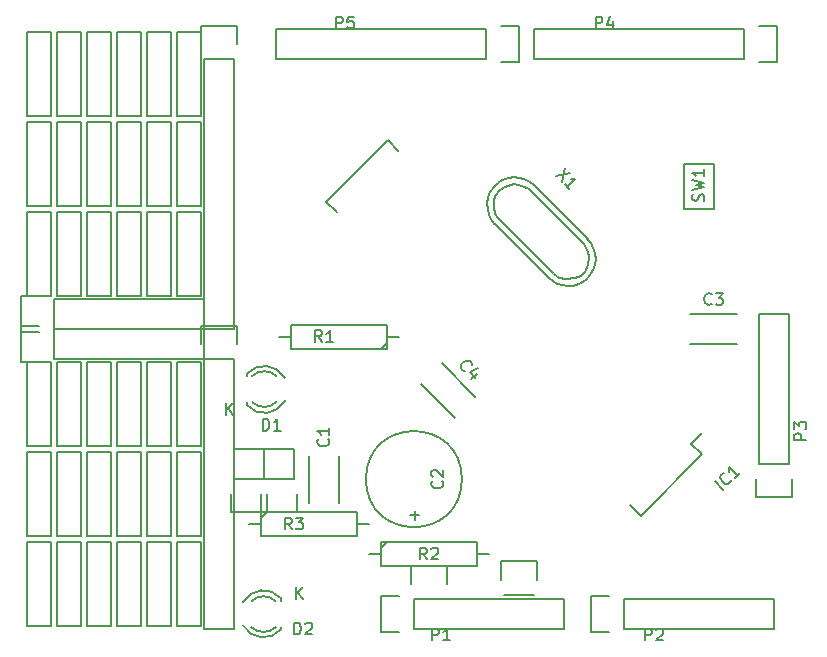
<source format=gbr>
G04 #@! TF.FileFunction,Legend,Top*
%FSLAX46Y46*%
G04 Gerber Fmt 4.6, Leading zero omitted, Abs format (unit mm)*
G04 Created by KiCad (PCBNEW 4.0.2+e4-6225~38~ubuntu16.04.1-stable) date Thu 11 Aug 2016 11:22:14 PM PDT*
%MOMM*%
G01*
G04 APERTURE LIST*
%ADD10C,0.100000*%
%ADD11C,0.150000*%
G04 APERTURE END LIST*
D10*
D11*
X101854000Y-104394000D02*
X103886000Y-104394000D01*
X103886000Y-104394000D02*
X103886000Y-111506000D01*
X103886000Y-111506000D02*
X101854000Y-111506000D01*
X101854000Y-111506000D02*
X101854000Y-104394000D01*
X101854000Y-76454000D02*
X103886000Y-76454000D01*
X103886000Y-76454000D02*
X103886000Y-83566000D01*
X103886000Y-83566000D02*
X101854000Y-83566000D01*
X101854000Y-83566000D02*
X101854000Y-76454000D01*
X157480000Y-87630000D02*
X157480000Y-91440000D01*
X157480000Y-91440000D02*
X160020000Y-91440000D01*
X160020000Y-91440000D02*
X160020000Y-87630000D01*
X160020000Y-87630000D02*
X157480000Y-87630000D01*
X137005553Y-104503786D02*
X139833981Y-107332214D01*
X135237786Y-106271553D02*
X138066214Y-109099981D01*
X158000000Y-100350000D02*
X162000000Y-100350000D01*
X158000000Y-102850000D02*
X162000000Y-102850000D01*
X125750000Y-116320000D02*
X125750000Y-112320000D01*
X128250000Y-116320000D02*
X128250000Y-112320000D01*
X141384661Y-90729949D02*
X141526549Y-90304285D01*
X141526549Y-90304285D02*
X141878575Y-89808575D01*
X141878575Y-89808575D02*
X142304239Y-89526595D01*
X142304239Y-89526595D02*
X143080133Y-89314661D01*
X143080133Y-89314661D02*
X143789574Y-89456549D01*
X143789574Y-89456549D02*
X144355330Y-89738529D01*
X144355330Y-89738529D02*
X149021471Y-94404670D01*
X149021471Y-94404670D02*
X149375293Y-95042268D01*
X149375293Y-95042268D02*
X149445339Y-95536182D01*
X149445339Y-95536182D02*
X149375293Y-96173781D01*
X149375293Y-96173781D02*
X149093313Y-96739537D01*
X149093313Y-96739537D02*
X148739491Y-97093359D01*
X148739491Y-97093359D02*
X148243781Y-97305293D01*
X148243781Y-97305293D02*
X147466090Y-97375339D01*
X147466090Y-97375339D02*
X146900334Y-97233451D01*
X146900334Y-97233451D02*
X146474670Y-96951471D01*
X146404624Y-96881425D02*
X141736687Y-92213488D01*
X141736687Y-92213488D02*
X141526549Y-91859666D01*
X141526549Y-91859666D02*
X141384661Y-91293910D01*
X141384661Y-91293910D02*
X141384661Y-90586265D01*
X146023861Y-97247819D02*
X146383072Y-97538780D01*
X146383072Y-97538780D02*
X146744078Y-97741733D01*
X146744078Y-97741733D02*
X147203867Y-97892602D01*
X147203867Y-97892602D02*
X147572058Y-97933911D01*
X147572058Y-97933911D02*
X148053399Y-97919542D01*
X148053399Y-97919542D02*
X148638912Y-97743529D01*
X148638912Y-97743529D02*
X149154379Y-97411260D01*
X149154379Y-97411260D02*
X149515385Y-97050254D01*
X149515385Y-97050254D02*
X149890760Y-96434208D01*
X149890760Y-96434208D02*
X150025463Y-95735544D01*
X150025463Y-95735544D02*
X149962602Y-95148235D01*
X149962602Y-95148235D02*
X149811733Y-94702815D01*
X149811733Y-94702815D02*
X149606984Y-94271762D01*
X149606984Y-94271762D02*
X149317819Y-93939493D01*
X143972771Y-88903365D02*
X143548903Y-88792010D01*
X143548903Y-88792010D02*
X143125035Y-88763273D01*
X143125035Y-88763273D02*
X142713739Y-88818951D01*
X142713739Y-88818951D02*
X142112062Y-88996760D01*
X142112062Y-88996760D02*
X141702562Y-89251799D01*
X141702562Y-89251799D02*
X141363108Y-89562516D01*
X141363108Y-89562516D02*
X141100885Y-89950463D01*
X141100885Y-89950463D02*
X140917688Y-90403068D01*
X140917688Y-90403068D02*
X140840458Y-90990377D01*
X140840458Y-90990377D02*
X140862010Y-91464534D01*
X140862010Y-91464534D02*
X140973365Y-91902771D01*
X140973365Y-91902771D02*
X141178115Y-92305086D01*
X141178115Y-92305086D02*
X141442135Y-92666093D01*
X149325004Y-93961046D02*
X144763033Y-89399075D01*
X144763033Y-89399075D02*
X144439744Y-89129668D01*
X144439744Y-89129668D02*
X143972771Y-88903365D01*
X146031046Y-97255004D02*
X141469075Y-92693033D01*
X120650000Y-118110000D02*
X121666000Y-118110000D01*
X121666000Y-118110000D02*
X121666000Y-117094000D01*
X121666000Y-117094000D02*
X129794000Y-117094000D01*
X129794000Y-117094000D02*
X129794000Y-119126000D01*
X129794000Y-119126000D02*
X121666000Y-119126000D01*
X121666000Y-119126000D02*
X121666000Y-118110000D01*
X121666000Y-117602000D02*
X122174000Y-117094000D01*
X130810000Y-118110000D02*
X129794000Y-118110000D01*
X130810000Y-120650000D02*
X131826000Y-120650000D01*
X131826000Y-120650000D02*
X131826000Y-119634000D01*
X131826000Y-119634000D02*
X139954000Y-119634000D01*
X139954000Y-119634000D02*
X139954000Y-121666000D01*
X139954000Y-121666000D02*
X131826000Y-121666000D01*
X131826000Y-121666000D02*
X131826000Y-120650000D01*
X131826000Y-120142000D02*
X132334000Y-119634000D01*
X140970000Y-120650000D02*
X139954000Y-120650000D01*
X133350000Y-102235000D02*
X132334000Y-102235000D01*
X132334000Y-102235000D02*
X132334000Y-103251000D01*
X132334000Y-103251000D02*
X124206000Y-103251000D01*
X124206000Y-103251000D02*
X124206000Y-101219000D01*
X124206000Y-101219000D02*
X132334000Y-101219000D01*
X132334000Y-101219000D02*
X132334000Y-102235000D01*
X132334000Y-102743000D02*
X131826000Y-103251000D01*
X123190000Y-102235000D02*
X124206000Y-102235000D01*
X119380000Y-78740000D02*
X119380000Y-101600000D01*
X119380000Y-101600000D02*
X116840000Y-101600000D01*
X116840000Y-101600000D02*
X116840000Y-78740000D01*
X119660000Y-75920000D02*
X119660000Y-77470000D01*
X119380000Y-78740000D02*
X116840000Y-78740000D01*
X116560000Y-77470000D02*
X116560000Y-75920000D01*
X116560000Y-75920000D02*
X119660000Y-75920000D01*
X104140000Y-99060000D02*
X116840000Y-99060000D01*
X116840000Y-99060000D02*
X116840000Y-101600000D01*
X116840000Y-101600000D02*
X104140000Y-101600000D01*
X101320000Y-98780000D02*
X102870000Y-98780000D01*
X104140000Y-99060000D02*
X104140000Y-101600000D01*
X102870000Y-101880000D02*
X101320000Y-101880000D01*
X101320000Y-101880000D02*
X101320000Y-98780000D01*
X119380000Y-104140000D02*
X119380000Y-127000000D01*
X119380000Y-127000000D02*
X116840000Y-127000000D01*
X116840000Y-127000000D02*
X116840000Y-104140000D01*
X119660000Y-101320000D02*
X119660000Y-102870000D01*
X119380000Y-104140000D02*
X116840000Y-104140000D01*
X116560000Y-102870000D02*
X116560000Y-101320000D01*
X116560000Y-101320000D02*
X119660000Y-101320000D01*
X104140000Y-101600000D02*
X116840000Y-101600000D01*
X116840000Y-101600000D02*
X116840000Y-104140000D01*
X116840000Y-104140000D02*
X104140000Y-104140000D01*
X101320000Y-101320000D02*
X102870000Y-101320000D01*
X104140000Y-101600000D02*
X104140000Y-104140000D01*
X102870000Y-104420000D02*
X101320000Y-104420000D01*
X101320000Y-104420000D02*
X101320000Y-101320000D01*
X119380000Y-114300000D02*
X119380000Y-111760000D01*
X119100000Y-117120000D02*
X119100000Y-115570000D01*
X119380000Y-114300000D02*
X121920000Y-114300000D01*
X122200000Y-115570000D02*
X122200000Y-117120000D01*
X122200000Y-117120000D02*
X119100000Y-117120000D01*
X121920000Y-114300000D02*
X121920000Y-111760000D01*
X121920000Y-111760000D02*
X119380000Y-111760000D01*
X121920000Y-114300000D02*
X121920000Y-111760000D01*
X121640000Y-117120000D02*
X121640000Y-115570000D01*
X121920000Y-114300000D02*
X124460000Y-114300000D01*
X124740000Y-115570000D02*
X124740000Y-117120000D01*
X124740000Y-117120000D02*
X121640000Y-117120000D01*
X124460000Y-114300000D02*
X124460000Y-111760000D01*
X124460000Y-111760000D02*
X121920000Y-111760000D01*
X145060000Y-121259000D02*
X145060000Y-122809000D01*
X141960000Y-122809000D02*
X141960000Y-121259000D01*
X141960000Y-121259000D02*
X145060000Y-121259000D01*
X142240000Y-124079000D02*
X144780000Y-124079000D01*
X137440000Y-121640000D02*
X137440000Y-123190000D01*
X134340000Y-123190000D02*
X134340000Y-121640000D01*
X134340000Y-121640000D02*
X137440000Y-121640000D01*
X134620000Y-124460000D02*
X137160000Y-124460000D01*
X140716000Y-78740000D02*
X122936000Y-78740000D01*
X122936000Y-78740000D02*
X122936000Y-76200000D01*
X122936000Y-76200000D02*
X140716000Y-76200000D01*
X143536000Y-79020000D02*
X141986000Y-79020000D01*
X140716000Y-78740000D02*
X140716000Y-76200000D01*
X141986000Y-75920000D02*
X143536000Y-75920000D01*
X143536000Y-75920000D02*
X143536000Y-79020000D01*
X162560000Y-78740000D02*
X144780000Y-78740000D01*
X144780000Y-78740000D02*
X144780000Y-76200000D01*
X144780000Y-76200000D02*
X162560000Y-76200000D01*
X165380000Y-79020000D02*
X163830000Y-79020000D01*
X162560000Y-78740000D02*
X162560000Y-76200000D01*
X163830000Y-75920000D02*
X165380000Y-75920000D01*
X165380000Y-75920000D02*
X165380000Y-79020000D01*
X163830000Y-113030000D02*
X163830000Y-100330000D01*
X163830000Y-100330000D02*
X166370000Y-100330000D01*
X166370000Y-100330000D02*
X166370000Y-113030000D01*
X163550000Y-115850000D02*
X163550000Y-114300000D01*
X163830000Y-113030000D02*
X166370000Y-113030000D01*
X166650000Y-114300000D02*
X166650000Y-115850000D01*
X166650000Y-115850000D02*
X163550000Y-115850000D01*
X152400000Y-124460000D02*
X165100000Y-124460000D01*
X165100000Y-124460000D02*
X165100000Y-127000000D01*
X165100000Y-127000000D02*
X152400000Y-127000000D01*
X149580000Y-124180000D02*
X151130000Y-124180000D01*
X152400000Y-124460000D02*
X152400000Y-127000000D01*
X151130000Y-127280000D02*
X149580000Y-127280000D01*
X149580000Y-127280000D02*
X149580000Y-124180000D01*
X134620000Y-124460000D02*
X147320000Y-124460000D01*
X147320000Y-124460000D02*
X147320000Y-127000000D01*
X147320000Y-127000000D02*
X134620000Y-127000000D01*
X131800000Y-124180000D02*
X133350000Y-124180000D01*
X134620000Y-124460000D02*
X134620000Y-127000000D01*
X133350000Y-127280000D02*
X131800000Y-127280000D01*
X131800000Y-127280000D02*
X131800000Y-124180000D01*
X123389000Y-124416000D02*
X123389000Y-124616000D01*
X123389000Y-127010000D02*
X123389000Y-126830000D01*
X120161256Y-126699643D02*
G75*
G03X123389000Y-127016000I1727744J1003643D01*
G01*
X120836994Y-126829068D02*
G75*
G03X122940000Y-126830000I1052006J1133068D01*
G01*
X123376220Y-124389274D02*
G75*
G03X120139000Y-124736000I-1497220J-1306726D01*
G01*
X122902889Y-124616747D02*
G75*
G03X120855000Y-124636000I-1013889J-1079253D01*
G01*
X120451000Y-107994000D02*
X120451000Y-107794000D01*
X120451000Y-105400000D02*
X120451000Y-105580000D01*
X123678744Y-105710357D02*
G75*
G03X120451000Y-105394000I-1727744J-1003643D01*
G01*
X123003006Y-105580932D02*
G75*
G03X120900000Y-105580000I-1052006J-1133068D01*
G01*
X120463780Y-108020726D02*
G75*
G03X123701000Y-107674000I1497220J1306726D01*
G01*
X120937111Y-107793253D02*
G75*
G03X122985000Y-107774000I1013889J1079253D01*
G01*
X138684000Y-114300000D02*
G75*
G03X138684000Y-114300000I-4064000J0D01*
G01*
X159007351Y-112208269D02*
X158109325Y-111310244D01*
X153810116Y-117405504D02*
X152912090Y-116507479D01*
X127215830Y-90811218D02*
X128113855Y-91709244D01*
X132413065Y-85613983D02*
X133311090Y-86512009D01*
X159007351Y-112208269D02*
X153810116Y-117405504D01*
X132413065Y-85613983D02*
X127215830Y-90811218D01*
X158109325Y-111310244D02*
X159017957Y-110401612D01*
X104394000Y-76454000D02*
X106426000Y-76454000D01*
X106426000Y-76454000D02*
X106426000Y-83566000D01*
X106426000Y-83566000D02*
X104394000Y-83566000D01*
X104394000Y-83566000D02*
X104394000Y-76454000D01*
X106934000Y-76454000D02*
X108966000Y-76454000D01*
X108966000Y-76454000D02*
X108966000Y-83566000D01*
X108966000Y-83566000D02*
X106934000Y-83566000D01*
X106934000Y-83566000D02*
X106934000Y-76454000D01*
X109474000Y-76454000D02*
X111506000Y-76454000D01*
X111506000Y-76454000D02*
X111506000Y-83566000D01*
X111506000Y-83566000D02*
X109474000Y-83566000D01*
X109474000Y-83566000D02*
X109474000Y-76454000D01*
X112014000Y-76454000D02*
X114046000Y-76454000D01*
X114046000Y-76454000D02*
X114046000Y-83566000D01*
X114046000Y-83566000D02*
X112014000Y-83566000D01*
X112014000Y-83566000D02*
X112014000Y-76454000D01*
X114554000Y-76454000D02*
X116586000Y-76454000D01*
X116586000Y-76454000D02*
X116586000Y-83566000D01*
X116586000Y-83566000D02*
X114554000Y-83566000D01*
X114554000Y-83566000D02*
X114554000Y-76454000D01*
X101854000Y-84074000D02*
X103886000Y-84074000D01*
X103886000Y-84074000D02*
X103886000Y-91186000D01*
X103886000Y-91186000D02*
X101854000Y-91186000D01*
X101854000Y-91186000D02*
X101854000Y-84074000D01*
X104394000Y-84074000D02*
X106426000Y-84074000D01*
X106426000Y-84074000D02*
X106426000Y-91186000D01*
X106426000Y-91186000D02*
X104394000Y-91186000D01*
X104394000Y-91186000D02*
X104394000Y-84074000D01*
X106934000Y-84074000D02*
X108966000Y-84074000D01*
X108966000Y-84074000D02*
X108966000Y-91186000D01*
X108966000Y-91186000D02*
X106934000Y-91186000D01*
X106934000Y-91186000D02*
X106934000Y-84074000D01*
X109474000Y-84074000D02*
X111506000Y-84074000D01*
X111506000Y-84074000D02*
X111506000Y-91186000D01*
X111506000Y-91186000D02*
X109474000Y-91186000D01*
X109474000Y-91186000D02*
X109474000Y-84074000D01*
X112014000Y-84074000D02*
X114046000Y-84074000D01*
X114046000Y-84074000D02*
X114046000Y-91186000D01*
X114046000Y-91186000D02*
X112014000Y-91186000D01*
X112014000Y-91186000D02*
X112014000Y-84074000D01*
X114554000Y-84074000D02*
X116586000Y-84074000D01*
X116586000Y-84074000D02*
X116586000Y-91186000D01*
X116586000Y-91186000D02*
X114554000Y-91186000D01*
X114554000Y-91186000D02*
X114554000Y-84074000D01*
X101854000Y-91694000D02*
X103886000Y-91694000D01*
X103886000Y-91694000D02*
X103886000Y-98806000D01*
X103886000Y-98806000D02*
X101854000Y-98806000D01*
X101854000Y-98806000D02*
X101854000Y-91694000D01*
X104394000Y-91694000D02*
X106426000Y-91694000D01*
X106426000Y-91694000D02*
X106426000Y-98806000D01*
X106426000Y-98806000D02*
X104394000Y-98806000D01*
X104394000Y-98806000D02*
X104394000Y-91694000D01*
X106934000Y-91694000D02*
X108966000Y-91694000D01*
X108966000Y-91694000D02*
X108966000Y-98806000D01*
X108966000Y-98806000D02*
X106934000Y-98806000D01*
X106934000Y-98806000D02*
X106934000Y-91694000D01*
X109474000Y-91694000D02*
X111506000Y-91694000D01*
X111506000Y-91694000D02*
X111506000Y-98806000D01*
X111506000Y-98806000D02*
X109474000Y-98806000D01*
X109474000Y-98806000D02*
X109474000Y-91694000D01*
X112014000Y-91694000D02*
X114046000Y-91694000D01*
X114046000Y-91694000D02*
X114046000Y-98806000D01*
X114046000Y-98806000D02*
X112014000Y-98806000D01*
X112014000Y-98806000D02*
X112014000Y-91694000D01*
X114554000Y-91694000D02*
X116586000Y-91694000D01*
X116586000Y-91694000D02*
X116586000Y-98806000D01*
X116586000Y-98806000D02*
X114554000Y-98806000D01*
X114554000Y-98806000D02*
X114554000Y-91694000D01*
X104394000Y-104394000D02*
X106426000Y-104394000D01*
X106426000Y-104394000D02*
X106426000Y-111506000D01*
X106426000Y-111506000D02*
X104394000Y-111506000D01*
X104394000Y-111506000D02*
X104394000Y-104394000D01*
X106934000Y-104394000D02*
X108966000Y-104394000D01*
X108966000Y-104394000D02*
X108966000Y-111506000D01*
X108966000Y-111506000D02*
X106934000Y-111506000D01*
X106934000Y-111506000D02*
X106934000Y-104394000D01*
X109474000Y-104394000D02*
X111506000Y-104394000D01*
X111506000Y-104394000D02*
X111506000Y-111506000D01*
X111506000Y-111506000D02*
X109474000Y-111506000D01*
X109474000Y-111506000D02*
X109474000Y-104394000D01*
X112014000Y-104394000D02*
X114046000Y-104394000D01*
X114046000Y-104394000D02*
X114046000Y-111506000D01*
X114046000Y-111506000D02*
X112014000Y-111506000D01*
X112014000Y-111506000D02*
X112014000Y-104394000D01*
X114554000Y-104394000D02*
X116586000Y-104394000D01*
X116586000Y-104394000D02*
X116586000Y-111506000D01*
X116586000Y-111506000D02*
X114554000Y-111506000D01*
X114554000Y-111506000D02*
X114554000Y-104394000D01*
X101854000Y-112014000D02*
X103886000Y-112014000D01*
X103886000Y-112014000D02*
X103886000Y-119126000D01*
X103886000Y-119126000D02*
X101854000Y-119126000D01*
X101854000Y-119126000D02*
X101854000Y-112014000D01*
X104394000Y-112014000D02*
X106426000Y-112014000D01*
X106426000Y-112014000D02*
X106426000Y-119126000D01*
X106426000Y-119126000D02*
X104394000Y-119126000D01*
X104394000Y-119126000D02*
X104394000Y-112014000D01*
X106934000Y-112014000D02*
X108966000Y-112014000D01*
X108966000Y-112014000D02*
X108966000Y-119126000D01*
X108966000Y-119126000D02*
X106934000Y-119126000D01*
X106934000Y-119126000D02*
X106934000Y-112014000D01*
X109474000Y-112014000D02*
X111506000Y-112014000D01*
X111506000Y-112014000D02*
X111506000Y-119126000D01*
X111506000Y-119126000D02*
X109474000Y-119126000D01*
X109474000Y-119126000D02*
X109474000Y-112014000D01*
X112014000Y-112014000D02*
X114046000Y-112014000D01*
X114046000Y-112014000D02*
X114046000Y-119126000D01*
X114046000Y-119126000D02*
X112014000Y-119126000D01*
X112014000Y-119126000D02*
X112014000Y-112014000D01*
X114554000Y-112014000D02*
X116586000Y-112014000D01*
X116586000Y-112014000D02*
X116586000Y-119126000D01*
X116586000Y-119126000D02*
X114554000Y-119126000D01*
X114554000Y-119126000D02*
X114554000Y-112014000D01*
X101854000Y-119634000D02*
X103886000Y-119634000D01*
X103886000Y-119634000D02*
X103886000Y-126746000D01*
X103886000Y-126746000D02*
X101854000Y-126746000D01*
X101854000Y-126746000D02*
X101854000Y-119634000D01*
X104394000Y-119634000D02*
X106426000Y-119634000D01*
X106426000Y-119634000D02*
X106426000Y-126746000D01*
X106426000Y-126746000D02*
X104394000Y-126746000D01*
X104394000Y-126746000D02*
X104394000Y-119634000D01*
X106934000Y-119634000D02*
X108966000Y-119634000D01*
X108966000Y-119634000D02*
X108966000Y-126746000D01*
X108966000Y-126746000D02*
X106934000Y-126746000D01*
X106934000Y-126746000D02*
X106934000Y-119634000D01*
X109474000Y-119634000D02*
X111506000Y-119634000D01*
X111506000Y-119634000D02*
X111506000Y-126746000D01*
X111506000Y-126746000D02*
X109474000Y-126746000D01*
X109474000Y-126746000D02*
X109474000Y-119634000D01*
X112014000Y-119634000D02*
X114046000Y-119634000D01*
X114046000Y-119634000D02*
X114046000Y-126746000D01*
X114046000Y-126746000D02*
X112014000Y-126746000D01*
X112014000Y-126746000D02*
X112014000Y-119634000D01*
X114554000Y-119634000D02*
X116586000Y-119634000D01*
X116586000Y-119634000D02*
X116586000Y-126746000D01*
X116586000Y-126746000D02*
X114554000Y-126746000D01*
X114554000Y-126746000D02*
X114554000Y-119634000D01*
X159154762Y-90741333D02*
X159202381Y-90598476D01*
X159202381Y-90360380D01*
X159154762Y-90265142D01*
X159107143Y-90217523D01*
X159011905Y-90169904D01*
X158916667Y-90169904D01*
X158821429Y-90217523D01*
X158773810Y-90265142D01*
X158726190Y-90360380D01*
X158678571Y-90550857D01*
X158630952Y-90646095D01*
X158583333Y-90693714D01*
X158488095Y-90741333D01*
X158392857Y-90741333D01*
X158297619Y-90693714D01*
X158250000Y-90646095D01*
X158202381Y-90550857D01*
X158202381Y-90312761D01*
X158250000Y-90169904D01*
X158202381Y-89836571D02*
X159202381Y-89598476D01*
X158488095Y-89407999D01*
X159202381Y-89217523D01*
X158202381Y-88979428D01*
X159202381Y-88074666D02*
X159202381Y-88646095D01*
X159202381Y-88360381D02*
X158202381Y-88360381D01*
X158345238Y-88455619D01*
X158440476Y-88550857D01*
X158488095Y-88646095D01*
X138933261Y-105168805D02*
X138865918Y-105168805D01*
X138731231Y-105101461D01*
X138663887Y-105034118D01*
X138596543Y-104899430D01*
X138596543Y-104764743D01*
X138630215Y-104663728D01*
X138731230Y-104495370D01*
X138832246Y-104394354D01*
X139000605Y-104293339D01*
X139101620Y-104259667D01*
X139236307Y-104259667D01*
X139370994Y-104327011D01*
X139438338Y-104394354D01*
X139505681Y-104529041D01*
X139505681Y-104596385D01*
X139943414Y-105370835D02*
X139472009Y-105842240D01*
X140044428Y-104933102D02*
X139370993Y-105269820D01*
X139808726Y-105707553D01*
X159833334Y-99457143D02*
X159785715Y-99504762D01*
X159642858Y-99552381D01*
X159547620Y-99552381D01*
X159404762Y-99504762D01*
X159309524Y-99409524D01*
X159261905Y-99314286D01*
X159214286Y-99123810D01*
X159214286Y-98980952D01*
X159261905Y-98790476D01*
X159309524Y-98695238D01*
X159404762Y-98600000D01*
X159547620Y-98552381D01*
X159642858Y-98552381D01*
X159785715Y-98600000D01*
X159833334Y-98647619D01*
X160166667Y-98552381D02*
X160785715Y-98552381D01*
X160452381Y-98933333D01*
X160595239Y-98933333D01*
X160690477Y-98980952D01*
X160738096Y-99028571D01*
X160785715Y-99123810D01*
X160785715Y-99361905D01*
X160738096Y-99457143D01*
X160690477Y-99504762D01*
X160595239Y-99552381D01*
X160309524Y-99552381D01*
X160214286Y-99504762D01*
X160166667Y-99457143D01*
X127357143Y-110910666D02*
X127404762Y-110958285D01*
X127452381Y-111101142D01*
X127452381Y-111196380D01*
X127404762Y-111339238D01*
X127309524Y-111434476D01*
X127214286Y-111482095D01*
X127023810Y-111529714D01*
X126880952Y-111529714D01*
X126690476Y-111482095D01*
X126595238Y-111434476D01*
X126500000Y-111339238D01*
X126452381Y-111196380D01*
X126452381Y-111101142D01*
X126500000Y-110958285D01*
X126547619Y-110910666D01*
X127452381Y-109958285D02*
X127452381Y-110529714D01*
X127452381Y-110244000D02*
X126452381Y-110244000D01*
X126595238Y-110339238D01*
X126690476Y-110434476D01*
X126738095Y-110529714D01*
X147388805Y-87940355D02*
X147153103Y-89118867D01*
X147860210Y-88411760D02*
X146681698Y-88647462D01*
X147792867Y-89758630D02*
X147388805Y-89354569D01*
X147590836Y-89556599D02*
X148297942Y-88849492D01*
X148129584Y-88883164D01*
X147994897Y-88883164D01*
X147893882Y-88849492D01*
X124293334Y-118562381D02*
X123960000Y-118086190D01*
X123721905Y-118562381D02*
X123721905Y-117562381D01*
X124102858Y-117562381D01*
X124198096Y-117610000D01*
X124245715Y-117657619D01*
X124293334Y-117752857D01*
X124293334Y-117895714D01*
X124245715Y-117990952D01*
X124198096Y-118038571D01*
X124102858Y-118086190D01*
X123721905Y-118086190D01*
X124626667Y-117562381D02*
X125245715Y-117562381D01*
X124912381Y-117943333D01*
X125055239Y-117943333D01*
X125150477Y-117990952D01*
X125198096Y-118038571D01*
X125245715Y-118133810D01*
X125245715Y-118371905D01*
X125198096Y-118467143D01*
X125150477Y-118514762D01*
X125055239Y-118562381D01*
X124769524Y-118562381D01*
X124674286Y-118514762D01*
X124626667Y-118467143D01*
X135723334Y-121102381D02*
X135390000Y-120626190D01*
X135151905Y-121102381D02*
X135151905Y-120102381D01*
X135532858Y-120102381D01*
X135628096Y-120150000D01*
X135675715Y-120197619D01*
X135723334Y-120292857D01*
X135723334Y-120435714D01*
X135675715Y-120530952D01*
X135628096Y-120578571D01*
X135532858Y-120626190D01*
X135151905Y-120626190D01*
X136104286Y-120197619D02*
X136151905Y-120150000D01*
X136247143Y-120102381D01*
X136485239Y-120102381D01*
X136580477Y-120150000D01*
X136628096Y-120197619D01*
X136675715Y-120292857D01*
X136675715Y-120388095D01*
X136628096Y-120530952D01*
X136056667Y-121102381D01*
X136675715Y-121102381D01*
X126833334Y-102687381D02*
X126500000Y-102211190D01*
X126261905Y-102687381D02*
X126261905Y-101687381D01*
X126642858Y-101687381D01*
X126738096Y-101735000D01*
X126785715Y-101782619D01*
X126833334Y-101877857D01*
X126833334Y-102020714D01*
X126785715Y-102115952D01*
X126738096Y-102163571D01*
X126642858Y-102211190D01*
X126261905Y-102211190D01*
X127785715Y-102687381D02*
X127214286Y-102687381D01*
X127500000Y-102687381D02*
X127500000Y-101687381D01*
X127404762Y-101830238D01*
X127309524Y-101925476D01*
X127214286Y-101973095D01*
X128039905Y-76144381D02*
X128039905Y-75144381D01*
X128420858Y-75144381D01*
X128516096Y-75192000D01*
X128563715Y-75239619D01*
X128611334Y-75334857D01*
X128611334Y-75477714D01*
X128563715Y-75572952D01*
X128516096Y-75620571D01*
X128420858Y-75668190D01*
X128039905Y-75668190D01*
X129516096Y-75144381D02*
X129039905Y-75144381D01*
X128992286Y-75620571D01*
X129039905Y-75572952D01*
X129135143Y-75525333D01*
X129373239Y-75525333D01*
X129468477Y-75572952D01*
X129516096Y-75620571D01*
X129563715Y-75715810D01*
X129563715Y-75953905D01*
X129516096Y-76049143D01*
X129468477Y-76096762D01*
X129373239Y-76144381D01*
X129135143Y-76144381D01*
X129039905Y-76096762D01*
X128992286Y-76049143D01*
X150010905Y-76144381D02*
X150010905Y-75144381D01*
X150391858Y-75144381D01*
X150487096Y-75192000D01*
X150534715Y-75239619D01*
X150582334Y-75334857D01*
X150582334Y-75477714D01*
X150534715Y-75572952D01*
X150487096Y-75620571D01*
X150391858Y-75668190D01*
X150010905Y-75668190D01*
X151439477Y-75477714D02*
X151439477Y-76144381D01*
X151201381Y-75096762D02*
X150963286Y-75811048D01*
X151582334Y-75811048D01*
X167838381Y-110974095D02*
X166838381Y-110974095D01*
X166838381Y-110593142D01*
X166886000Y-110497904D01*
X166933619Y-110450285D01*
X167028857Y-110402666D01*
X167171714Y-110402666D01*
X167266952Y-110450285D01*
X167314571Y-110497904D01*
X167362190Y-110593142D01*
X167362190Y-110974095D01*
X166838381Y-110069333D02*
X166838381Y-109450285D01*
X167219333Y-109783619D01*
X167219333Y-109640761D01*
X167266952Y-109545523D01*
X167314571Y-109497904D01*
X167409810Y-109450285D01*
X167647905Y-109450285D01*
X167743143Y-109497904D01*
X167790762Y-109545523D01*
X167838381Y-109640761D01*
X167838381Y-109926476D01*
X167790762Y-110021714D01*
X167743143Y-110069333D01*
X154201905Y-127960381D02*
X154201905Y-126960381D01*
X154582858Y-126960381D01*
X154678096Y-127008000D01*
X154725715Y-127055619D01*
X154773334Y-127150857D01*
X154773334Y-127293714D01*
X154725715Y-127388952D01*
X154678096Y-127436571D01*
X154582858Y-127484190D01*
X154201905Y-127484190D01*
X155154286Y-127055619D02*
X155201905Y-127008000D01*
X155297143Y-126960381D01*
X155535239Y-126960381D01*
X155630477Y-127008000D01*
X155678096Y-127055619D01*
X155725715Y-127150857D01*
X155725715Y-127246095D01*
X155678096Y-127388952D01*
X155106667Y-127960381D01*
X155725715Y-127960381D01*
X136167905Y-127960381D02*
X136167905Y-126960381D01*
X136548858Y-126960381D01*
X136644096Y-127008000D01*
X136691715Y-127055619D01*
X136739334Y-127150857D01*
X136739334Y-127293714D01*
X136691715Y-127388952D01*
X136644096Y-127436571D01*
X136548858Y-127484190D01*
X136167905Y-127484190D01*
X137691715Y-127960381D02*
X137120286Y-127960381D01*
X137406000Y-127960381D02*
X137406000Y-126960381D01*
X137310762Y-127103238D01*
X137215524Y-127198476D01*
X137120286Y-127246095D01*
X124483905Y-127452381D02*
X124483905Y-126452381D01*
X124722000Y-126452381D01*
X124864858Y-126500000D01*
X124960096Y-126595238D01*
X125007715Y-126690476D01*
X125055334Y-126880952D01*
X125055334Y-127023810D01*
X125007715Y-127214286D01*
X124960096Y-127309524D01*
X124864858Y-127404762D01*
X124722000Y-127452381D01*
X124483905Y-127452381D01*
X125436286Y-126547619D02*
X125483905Y-126500000D01*
X125579143Y-126452381D01*
X125817239Y-126452381D01*
X125912477Y-126500000D01*
X125960096Y-126547619D01*
X126007715Y-126642857D01*
X126007715Y-126738095D01*
X125960096Y-126880952D01*
X125388667Y-127452381D01*
X126007715Y-127452381D01*
X124618095Y-124442381D02*
X124618095Y-123442381D01*
X125189524Y-124442381D02*
X124760952Y-123870952D01*
X125189524Y-123442381D02*
X124618095Y-124013810D01*
X121821905Y-110192381D02*
X121821905Y-109192381D01*
X122060000Y-109192381D01*
X122202858Y-109240000D01*
X122298096Y-109335238D01*
X122345715Y-109430476D01*
X122393334Y-109620952D01*
X122393334Y-109763810D01*
X122345715Y-109954286D01*
X122298096Y-110049524D01*
X122202858Y-110144762D01*
X122060000Y-110192381D01*
X121821905Y-110192381D01*
X123345715Y-110192381D02*
X122774286Y-110192381D01*
X123060000Y-110192381D02*
X123060000Y-109192381D01*
X122964762Y-109335238D01*
X122869524Y-109430476D01*
X122774286Y-109478095D01*
X118698095Y-108872381D02*
X118698095Y-107872381D01*
X119269524Y-108872381D02*
X118840952Y-108300952D01*
X119269524Y-107872381D02*
X118698095Y-108443810D01*
X137009143Y-114466666D02*
X137056762Y-114514285D01*
X137104381Y-114657142D01*
X137104381Y-114752380D01*
X137056762Y-114895238D01*
X136961524Y-114990476D01*
X136866286Y-115038095D01*
X136675810Y-115085714D01*
X136532952Y-115085714D01*
X136342476Y-115038095D01*
X136247238Y-114990476D01*
X136152000Y-114895238D01*
X136104381Y-114752380D01*
X136104381Y-114657142D01*
X136152000Y-114514285D01*
X136199619Y-114466666D01*
X136199619Y-114085714D02*
X136152000Y-114038095D01*
X136104381Y-113942857D01*
X136104381Y-113704761D01*
X136152000Y-113609523D01*
X136199619Y-113561904D01*
X136294857Y-113514285D01*
X136390095Y-113514285D01*
X136532952Y-113561904D01*
X137104381Y-114133333D01*
X137104381Y-113514285D01*
X134691429Y-117726412D02*
X134691429Y-116964507D01*
X135072381Y-117345459D02*
X134310476Y-117345459D01*
X160800708Y-115191249D02*
X160093601Y-114484142D01*
X161474143Y-114383127D02*
X161474143Y-114450471D01*
X161406800Y-114585158D01*
X161339456Y-114652501D01*
X161204769Y-114719845D01*
X161070082Y-114719845D01*
X160969067Y-114686173D01*
X160800708Y-114585158D01*
X160699692Y-114484142D01*
X160598677Y-114315784D01*
X160565005Y-114214769D01*
X160565005Y-114080082D01*
X160632350Y-113945394D01*
X160699693Y-113878051D01*
X160834380Y-113810707D01*
X160901723Y-113810707D01*
X162214922Y-113777036D02*
X161810860Y-114181097D01*
X162012891Y-113979067D02*
X161305784Y-113271960D01*
X161339456Y-113440319D01*
X161339456Y-113575005D01*
X161305784Y-113676021D01*
M02*

</source>
